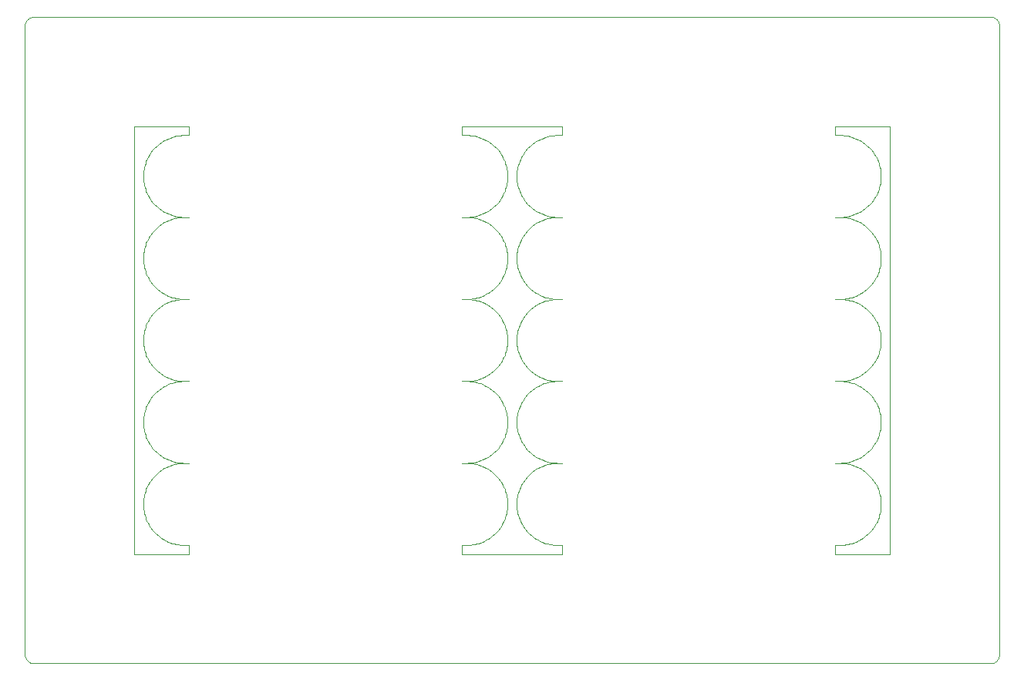
<source format=gm1>
G04 #@! TF.GenerationSoftware,KiCad,Pcbnew,7.0.9*
G04 #@! TF.CreationDate,2023-11-11T11:45:37+01:00*
G04 #@! TF.ProjectId,udb-s-panel,7564622d-732d-4706-916e-656c2e6b6963,rev?*
G04 #@! TF.SameCoordinates,Original*
G04 #@! TF.FileFunction,Profile,NP*
%FSLAX46Y46*%
G04 Gerber Fmt 4.6, Leading zero omitted, Abs format (unit mm)*
G04 Created by KiCad (PCBNEW 7.0.9) date 2023-11-11 11:45:37*
%MOMM*%
%LPD*%
G01*
G04 APERTURE LIST*
G04 #@! TA.AperFunction,Profile*
%ADD10C,0.100000*%
G04 #@! TD*
G04 APERTURE END LIST*
D10*
X52963678Y52940463D02*
X52986019Y53163724D01*
X51391146Y56947209D02*
X51215721Y57087106D01*
X54718485Y19941460D02*
X54601487Y19750002D01*
X54494178Y42447059D02*
X54601487Y42250007D01*
X13601486Y28750004D02*
X13494177Y28552952D01*
X168530Y70555581D02*
X118078Y70471407D01*
X58274296Y21994409D02*
X58050547Y21977641D01*
X51391146Y32052806D02*
X51559379Y32201272D01*
X54396825Y46350800D02*
X54309670Y46144042D01*
X49390259Y40089231D02*
X49609010Y40139160D01*
X13232927Y27933194D02*
X13166791Y27718786D01*
X56959512Y39728623D02*
X56750646Y39646649D01*
X13066966Y36281422D02*
X13033524Y36059552D01*
X93830412Y52281227D02*
X93885778Y52498665D01*
X14277200Y23357937D02*
X14437823Y23201269D01*
X92559380Y32201272D02*
X92720003Y32357940D01*
X91845061Y48339816D02*
X91650745Y48452005D01*
X51720002Y56642075D02*
X51559379Y56798743D01*
X52152323Y23873157D02*
X52278718Y24058545D01*
X93687534Y33855971D02*
X93764276Y34066816D01*
X13066966Y18281418D02*
X13033524Y18059548D01*
X93278719Y28941462D02*
X93152324Y29126850D01*
X58998602Y49000008D02*
X58498603Y49000008D01*
X50246558Y48646650D02*
X50037692Y48728624D01*
X91246559Y49353367D02*
X91451079Y49445650D01*
X58274296Y48994415D02*
X58050547Y48977647D01*
X105997204Y0D02*
X106095221Y4816D01*
X54601487Y28750004D02*
X54494178Y28552952D01*
X54166792Y18718784D02*
X54111426Y18501346D01*
X17050546Y30977643D02*
X16827911Y30949743D01*
X17998601Y31000005D02*
X17998601Y31000005D01*
X52930236Y54281426D02*
X52885777Y54501354D01*
X16172203Y22199925D02*
X16388193Y22139155D01*
X91451079Y30554363D02*
X91246559Y30646646D01*
X901982Y70995195D02*
X804909Y70980796D01*
X56750646Y57646653D02*
X56546125Y57554370D01*
X49825000Y40199930D02*
X50037692Y40271391D01*
X56750646Y31353362D02*
X56959512Y31271388D01*
X54309670Y55144044D02*
X54232928Y54933200D01*
X54111426Y25498659D02*
X54166792Y25281221D01*
X56546125Y39554366D02*
X56346459Y39452003D01*
X14277200Y32357939D02*
X14437823Y32201271D01*
X17998601Y49000008D02*
X17498602Y49000008D01*
X54066967Y36281422D02*
X54033525Y36059552D01*
X52963678Y27059550D02*
X52930236Y27281420D01*
X47998601Y49000009D02*
X48498602Y49000009D01*
X93986020Y26836289D02*
X93963679Y27059550D01*
X13011183Y35836291D02*
X12999999Y35612194D01*
X58498603Y58000010D02*
X58274296Y57994417D01*
X15750645Y40353364D02*
X15959511Y40271390D01*
X91650745Y49548012D02*
X91845061Y49660201D01*
X15346458Y57452007D02*
X15152143Y57339819D01*
X57388194Y30860852D02*
X57172204Y30800082D01*
X55963662Y40781932D02*
X56152144Y40660198D01*
X13601486Y19750002D02*
X13494177Y19552950D01*
X48498602Y49000009D02*
X48722908Y49005603D01*
X89946658Y22022365D02*
X90169293Y22050265D01*
X13066966Y54281426D02*
X13033524Y54059556D01*
X91845061Y13660193D02*
X92033543Y13781927D01*
X93687534Y24855969D02*
X93764276Y25066814D01*
X15750645Y13353358D02*
X15959511Y13271384D01*
X93885778Y25498659D02*
X93930237Y25718587D01*
X47998601Y31000004D02*
X47998601Y31000005D01*
X50246558Y57646652D02*
X50037692Y57728626D01*
X90825001Y57800087D02*
X90609011Y57860857D01*
X93016844Y23694299D02*
X93152324Y23873157D01*
X804909Y19215D02*
X901982Y4816D01*
X14124585Y47477594D02*
X13980359Y47305712D01*
X93930237Y45281424D02*
X93885778Y45501352D01*
X88998602Y40000006D02*
X88998602Y40000006D01*
X52152323Y20126848D02*
X52016843Y20305706D01*
X54066967Y43718591D02*
X54111426Y43498663D01*
X92872618Y50522423D02*
X93016844Y50694305D01*
X92033543Y48218082D02*
X91845061Y48339816D01*
X92033543Y30218078D02*
X91845061Y30339812D01*
X13232927Y45933198D02*
X13166791Y45718790D01*
X91451079Y49445650D02*
X91650745Y49548012D01*
X528603Y70881932D02*
X444429Y70831480D01*
X106997204Y70000010D02*
X106992388Y70098028D01*
X52963678Y54059556D02*
X52930236Y54281426D01*
X94997204Y59000010D02*
X94997204Y12000000D01*
X50845060Y22660195D02*
X51033542Y22781929D01*
X118078Y528604D02*
X168530Y444430D01*
X56959512Y31271388D02*
X57172204Y31199927D01*
X90825001Y40199930D02*
X91037693Y40271391D01*
X93278719Y42058549D02*
X93395717Y42250007D01*
X17998601Y40000007D02*
X17998601Y40000006D01*
X13166791Y27718786D02*
X13111425Y27501348D01*
X88998602Y13000001D02*
X89498603Y13000001D01*
X54166792Y45718790D02*
X54111426Y45501352D01*
X49169292Y40050269D02*
X49390259Y40089231D01*
X89722909Y57994416D02*
X89498603Y58000009D01*
X52503025Y51447062D02*
X52600378Y51649218D01*
X168530Y444430D02*
X226989Y365607D01*
X54980360Y29305708D02*
X54844881Y29126851D01*
X90390260Y49089233D02*
X90609011Y49139162D01*
X93997204Y53387821D02*
X93997204Y53612198D01*
X14963661Y22781928D02*
X15152143Y22660194D01*
X13396824Y28350796D02*
X13309669Y28144038D01*
X58998602Y22000002D02*
X58998602Y22000002D01*
X58274296Y49005602D02*
X58498603Y49000008D01*
X56546125Y13445641D02*
X56750646Y13353358D01*
X13111425Y54501354D02*
X13066966Y54281426D01*
X14437823Y38798740D02*
X14277200Y38642072D01*
X52885777Y45501352D02*
X52830411Y45718790D01*
X57606945Y13089224D02*
X57827912Y13050262D01*
X54494178Y24447055D02*
X54601487Y24250003D01*
X51215721Y40912911D02*
X51391146Y41052808D01*
X49609010Y21860849D02*
X49390259Y21910778D01*
X52152323Y14873155D02*
X52278718Y15058543D01*
X13718484Y15058543D02*
X13844880Y14873154D01*
X49169292Y49050271D02*
X49390259Y49089233D01*
X14606057Y32052805D02*
X14781481Y31912908D01*
X52986019Y26836289D02*
X52963678Y27059550D01*
X52986019Y44836293D02*
X52963678Y45059554D01*
X13718484Y24058545D02*
X13844880Y23873156D01*
X15750645Y21646645D02*
X15546124Y21554362D01*
X54980360Y38305710D02*
X54844881Y38126853D01*
X93503026Y28552951D02*
X93395717Y28750003D01*
X13494177Y28552952D02*
X13396824Y28350796D01*
X93600379Y19350793D02*
X93503026Y19552949D01*
X54000000Y17387813D02*
X54011184Y17163716D01*
X90825001Y39800083D02*
X90609011Y39860853D01*
X89722909Y21994408D02*
X89498603Y22000001D01*
X90169293Y21949740D02*
X89946658Y21977640D01*
X106379887Y70923890D02*
X106287488Y70956951D01*
X93503026Y55552957D02*
X93395717Y55750009D01*
X15346458Y31548008D02*
X15546124Y31445645D01*
X13111425Y36501350D02*
X13066966Y36281422D01*
X48946657Y39977644D02*
X48722908Y39994412D01*
X50650744Y57452007D02*
X50451078Y57554369D01*
X17274295Y21994409D02*
X17050546Y21977641D01*
X49609010Y13139154D02*
X49825000Y13199924D01*
X47998601Y40000007D02*
X48498602Y40000007D01*
X55277201Y20642068D02*
X55124586Y20477588D01*
X56346459Y57452007D02*
X56152144Y57339819D01*
X93687534Y28144038D02*
X93600379Y28350795D01*
X54232928Y43066817D02*
X54309670Y42855973D01*
X52997203Y44387819D02*
X52997203Y44612196D01*
X49609010Y30860851D02*
X49390259Y30910780D01*
X51033542Y57218084D02*
X50845060Y57339818D01*
X17050546Y22022364D02*
X17274295Y22005596D01*
X93885778Y27501348D02*
X93830412Y27718786D01*
X92391147Y29947203D02*
X92215722Y30087100D01*
X92720003Y20642067D02*
X92559380Y20798735D01*
X15346458Y13548004D02*
X15546124Y13445641D01*
X92391147Y56947209D02*
X92215722Y57087106D01*
X13844880Y29126851D02*
X13718484Y28941462D01*
X51033542Y39218080D02*
X50845060Y39339814D01*
X54718485Y51058551D02*
X54844881Y50873162D01*
X901982Y4816D02*
X1000000Y0D01*
X16606944Y21910779D02*
X16388193Y21860850D01*
X76120Y617317D02*
X118078Y528604D01*
X91650745Y13548004D02*
X91845061Y13660193D01*
X93152324Y23873157D02*
X93278719Y24058545D01*
X54033525Y18059548D02*
X54011184Y17836287D01*
X57172204Y30800082D02*
X56959512Y30728621D01*
X56750646Y49353366D02*
X56959512Y49271392D01*
X93278719Y37941464D02*
X93152324Y38126852D01*
X13033524Y34940459D02*
X13066966Y34718589D01*
X15750645Y39646649D02*
X15546124Y39554366D01*
X106921083Y617317D02*
X106954144Y709716D01*
X54718485Y28941462D02*
X54601487Y28750004D01*
X14781481Y40912910D02*
X14963661Y40781932D01*
X15750645Y49353366D02*
X15959511Y49271392D01*
X13011183Y17836287D02*
X12999999Y17612190D01*
X52600378Y46350799D02*
X52503025Y46552955D01*
X49390259Y22089227D02*
X49609010Y22139156D01*
X13396824Y51649217D02*
X13494177Y51447061D01*
X13980359Y41694303D02*
X14124585Y41522421D01*
X55963662Y21218077D02*
X55781482Y21087099D01*
X54000000Y26612192D02*
X54000000Y26387815D01*
X54309670Y24855969D02*
X54396825Y24649211D01*
X58998602Y31000005D02*
X58998602Y31000004D01*
X56750646Y40353364D02*
X56959512Y40271390D01*
X57172204Y22199925D02*
X57388194Y22139155D01*
X93278719Y24058545D02*
X93395717Y24250003D01*
X51559379Y50201276D02*
X51720002Y50357944D01*
X54494178Y28552952D02*
X54396825Y28350796D01*
X93885778Y45501352D02*
X93830412Y45718790D01*
X51215721Y48087104D02*
X51033542Y48218082D01*
X52278718Y37941464D02*
X52152323Y38126852D01*
X55606058Y56947210D02*
X55437824Y56798744D01*
X14437823Y47798742D02*
X14277200Y47642074D01*
X91246559Y48646650D02*
X91037693Y48728624D01*
X49169292Y31050267D02*
X49390259Y31089229D01*
X57827912Y39949745D02*
X57606945Y39910783D01*
X88998602Y22000002D02*
X88998602Y22000003D01*
X58998602Y22000003D02*
X58998602Y22000002D01*
X90169293Y48949746D02*
X89946658Y48977646D01*
X48722908Y49005603D02*
X48946657Y49022371D01*
X15546124Y57554370D02*
X15346458Y57452007D01*
X54111426Y34498661D02*
X54166792Y34281223D01*
X93600379Y33649214D02*
X93687534Y33855971D01*
X91246559Y57646652D02*
X91037693Y57728626D01*
X54033525Y45059554D02*
X54011184Y44836293D01*
X56546125Y49445649D02*
X56750646Y49353366D01*
X17274295Y31005598D02*
X17498602Y31000004D01*
X91845061Y39339814D02*
X91650745Y39452003D01*
X93016844Y14694297D02*
X93152324Y14873155D01*
X55277201Y23357937D02*
X55437824Y23201269D01*
X47998601Y13000001D02*
X48498602Y13000001D01*
X56346459Y49548012D02*
X56546125Y49445649D01*
X54033525Y16940455D02*
X54066967Y16718585D01*
X17998601Y13000001D02*
X17998601Y12000000D01*
X57388194Y49139161D02*
X57606945Y49089232D01*
X16606944Y30910781D02*
X16388193Y30860852D01*
X51033542Y48218082D02*
X50845060Y48339816D01*
X49390259Y57910786D02*
X49169292Y57949748D01*
X92033543Y22781929D02*
X92215722Y22912907D01*
X15546124Y49445649D02*
X15750645Y49353366D01*
X52963678Y36059552D02*
X52930236Y36281422D01*
X56546125Y22445643D02*
X56750646Y22353360D01*
X57388194Y22139155D02*
X57606945Y22089226D01*
X106192294Y19215D02*
X106287488Y43060D01*
X52830411Y27718786D02*
X52764275Y27933193D01*
X93503026Y15447054D02*
X93600379Y15649210D01*
X54844881Y56126857D02*
X54718485Y55941468D01*
X51391146Y41052808D02*
X51559379Y41201274D01*
X52503025Y33447058D02*
X52600378Y33649214D01*
X56152144Y30339813D02*
X55963662Y30218079D01*
X14277200Y41357941D02*
X14437823Y41201273D01*
X54111426Y54501354D02*
X54066967Y54281426D01*
X52885777Y16498657D02*
X52930236Y16718585D01*
X51720002Y38642071D02*
X51559379Y38798739D01*
X93764276Y34066816D02*
X93830412Y34281223D01*
X14606057Y56947210D02*
X14437823Y56798744D01*
X14963661Y39218081D02*
X14781481Y39087103D01*
X13494177Y37552954D02*
X13396824Y37350798D01*
X14606057Y20947202D02*
X14437823Y20798736D01*
X13396824Y46350800D02*
X13309669Y46144042D01*
X16172203Y40199929D02*
X16388193Y40139159D01*
X57827912Y49050270D02*
X58050547Y49022370D01*
X57606945Y31089228D02*
X57827912Y31050266D01*
X93930237Y43718591D02*
X93963679Y43940461D01*
X4815Y70098028D02*
X0Y70000010D01*
X106704310Y292894D02*
X106770214Y365607D01*
X91246559Y13353359D02*
X91451079Y13445642D01*
X17498602Y31000004D02*
X17274295Y30994411D01*
X52830411Y34281223D02*
X52885777Y34498661D01*
X13232927Y16066811D02*
X13309669Y15855967D01*
X14606057Y38947206D02*
X14437823Y38798740D01*
X13066966Y45281424D02*
X13033524Y45059554D01*
X58998602Y31000005D02*
X58998602Y31000005D01*
X52395716Y28750003D02*
X52278718Y28941462D01*
X51559379Y47798741D02*
X51391146Y47947207D01*
X528603Y118079D02*
X617316Y76121D01*
X14437823Y20798736D02*
X14277200Y20642068D01*
X106992388Y901983D02*
X106997204Y1000000D01*
X12999999Y35612194D02*
X12999999Y35387817D01*
X89946658Y21977640D02*
X89722909Y21994408D01*
X52395716Y15250001D02*
X52503025Y15447054D01*
X14437823Y29798738D02*
X14277200Y29642070D01*
X12999999Y53612198D02*
X12999999Y53387821D01*
X93152324Y38126852D02*
X93016844Y38305710D01*
X55963662Y13781926D02*
X56152144Y13660192D01*
X91037693Y21728618D02*
X90825001Y21800079D01*
X93395717Y46750007D02*
X93278719Y46941466D01*
X14277200Y14357935D02*
X14437823Y14201267D01*
X93764276Y27933193D02*
X93687534Y28144038D01*
X14124585Y38477592D02*
X13980359Y38305710D01*
X90825001Y30800081D02*
X90609011Y30860851D01*
X91246559Y30646646D02*
X91037693Y30728620D01*
X93503026Y51447062D02*
X93600379Y51649218D01*
X58998602Y22000002D02*
X58498603Y22000002D01*
X90390260Y22089227D02*
X90609011Y22139156D01*
X52764275Y52066820D02*
X52830411Y52281227D01*
X57172204Y21800080D02*
X56959512Y21728619D01*
X93152324Y29126850D02*
X93016844Y29305708D01*
X90825001Y49199932D02*
X91037693Y49271393D01*
X13718484Y51058551D02*
X13844880Y50873162D01*
X55606058Y38947206D02*
X55437824Y38798740D01*
X106704310Y70707117D02*
X106631597Y70773021D01*
X58050547Y57977649D02*
X57827912Y57949749D01*
X52963678Y16940455D02*
X52986019Y17163716D01*
X54844881Y50873162D02*
X54980360Y50694305D01*
X16172203Y30800082D02*
X15959511Y30728621D01*
X17498602Y58000010D02*
X17274295Y57994417D01*
X15959511Y57728627D02*
X15750645Y57646653D01*
X54166792Y52281227D02*
X54232928Y52066819D01*
X57606945Y30910781D02*
X57388194Y30860852D01*
X13066966Y27281420D02*
X13033524Y27059550D01*
X52395716Y33250005D02*
X52503025Y33447058D01*
X54066967Y45281424D02*
X54033525Y45059554D01*
X55277201Y29642070D02*
X55124586Y29477590D01*
X54494178Y46552956D02*
X54396825Y46350800D01*
X92215722Y30087100D02*
X92033543Y30218078D01*
X15346458Y21451999D02*
X15152143Y21339811D01*
X15152143Y21339811D02*
X14963661Y21218077D01*
X93395717Y15250001D02*
X93503026Y15447054D01*
X57172204Y39800084D02*
X56959512Y39728623D01*
X13309669Y37144040D02*
X13232927Y36933196D01*
X56152144Y57339819D02*
X55963662Y57218085D01*
X52764275Y18933191D02*
X52687533Y19144036D01*
X55124586Y20477588D02*
X54980360Y20305706D01*
X14963661Y21218077D02*
X14781481Y21087099D01*
X90825001Y48800085D02*
X90609011Y48860855D01*
X13844880Y14873154D02*
X13980359Y14694297D01*
X91845061Y57339818D02*
X91650745Y57452007D01*
X93885778Y52498665D02*
X93930237Y52718593D01*
X14437823Y41201273D02*
X14606057Y41052807D01*
X92215722Y31912909D02*
X92391147Y32052806D01*
X17274295Y39994413D02*
X17050546Y39977645D01*
X92872618Y38477592D02*
X92720003Y38642071D01*
X93963679Y25940457D02*
X93986020Y26163718D01*
X51872617Y56477596D02*
X51720002Y56642075D01*
X12999999Y17387813D02*
X13011183Y17163716D01*
X93600379Y42649216D02*
X93687534Y42855973D01*
X106828673Y444430D02*
X106879125Y528604D01*
X226989Y365607D02*
X292893Y292894D01*
X15959511Y31271388D02*
X16172203Y31199927D01*
X14606057Y29947204D02*
X14437823Y29798738D01*
X16606944Y39910783D02*
X16388193Y39860854D01*
X50246558Y49353367D02*
X50451078Y49445650D01*
X444429Y70831480D02*
X365606Y70773021D01*
X48498602Y22000003D02*
X48722908Y22005597D01*
X106992388Y70098028D02*
X106977989Y70195101D01*
X93997204Y26387815D02*
X93997204Y26612192D01*
X56959512Y49271392D02*
X57172204Y49199931D01*
X52016843Y38305710D02*
X51872617Y38477592D01*
X51215721Y39087102D02*
X51033542Y39218080D01*
X92720003Y50357944D02*
X92872618Y50522423D01*
X52687533Y15855967D02*
X52764275Y16066812D01*
X51559379Y20798735D02*
X51391146Y20947201D01*
X57827912Y40050268D02*
X58050547Y40022368D01*
X51033542Y13781927D02*
X51215721Y13912905D01*
X106095221Y4816D02*
X106192294Y19215D01*
X17998601Y22000002D02*
X17498602Y22000002D01*
X52997203Y26387815D02*
X52997203Y26612192D01*
X52764275Y54933199D02*
X52687533Y55144044D01*
X58274296Y31005598D02*
X58498603Y31000004D01*
X13033524Y27059550D02*
X13011183Y26836289D01*
X57827912Y31050266D02*
X58050547Y31022366D01*
X17274295Y49005602D02*
X17498602Y49000008D01*
X52016843Y32694301D02*
X52152323Y32873159D01*
X50451078Y30554363D02*
X50246558Y30646646D01*
X52600378Y51649218D02*
X52687533Y51855975D01*
X17050546Y40022368D02*
X17274295Y40005600D01*
X13033524Y52940463D02*
X13066966Y52718593D01*
X51720002Y29642069D02*
X51559379Y29798737D01*
X92559380Y20798735D02*
X92391147Y20947201D01*
X15959511Y49271392D02*
X16172203Y49199931D01*
X12000000Y12000000D02*
X12000000Y59000010D01*
X57606945Y57910787D02*
X57388194Y57860858D01*
X51872617Y38477592D02*
X51720002Y38642071D01*
X93764276Y18933191D02*
X93687534Y19144036D01*
X15546124Y21554362D02*
X15346458Y21451999D01*
X16172203Y39800084D02*
X15959511Y39728623D01*
X13601486Y42250007D02*
X13718484Y42058549D01*
X57388194Y40139159D02*
X57606945Y40089230D01*
X93152324Y14873155D02*
X93278719Y15058543D01*
X54601487Y51250009D02*
X54718485Y51058551D01*
X48498602Y40000007D02*
X48722908Y40005601D01*
X54494178Y37552954D02*
X54396825Y37350798D01*
X52764275Y34066816D02*
X52830411Y34281223D01*
X91246559Y21646644D02*
X91037693Y21728618D01*
X55124586Y32522419D02*
X55277201Y32357939D01*
X52963678Y45059554D02*
X52930236Y45281424D01*
X54601487Y33250005D02*
X54718485Y33058547D01*
X13232927Y18933192D02*
X13166791Y18718784D01*
X16388193Y39860854D02*
X16172203Y39800084D01*
X0Y70000010D02*
X0Y1000000D01*
X92215722Y40912911D02*
X92391147Y41052808D01*
X54844881Y14873154D02*
X54980360Y14694297D01*
X93764276Y54933199D02*
X93687534Y55144044D01*
X52600378Y28350795D02*
X52503025Y28552951D01*
X58498603Y13000000D02*
X58998602Y13000001D01*
X16606944Y22089226D02*
X16827911Y22050264D01*
X88998602Y31000004D02*
X88998602Y31000004D01*
X89722909Y49005603D02*
X89946658Y49022371D01*
X54111426Y18501346D02*
X54066967Y18281418D01*
X16388193Y21860850D02*
X16172203Y21800080D01*
X617316Y76121D02*
X709715Y43060D01*
X91650745Y57452007D02*
X91451079Y57554369D01*
X54111426Y16498657D02*
X54166792Y16281219D01*
X15546124Y13445641D02*
X15750645Y13353358D01*
X4815Y901983D02*
X19214Y804910D01*
X93395717Y19750001D02*
X93278719Y19941460D01*
X58050547Y30977643D02*
X57827912Y30949743D01*
X54396825Y28350796D02*
X54309670Y28144038D01*
X13718484Y19941460D02*
X13601486Y19750002D01*
X54980360Y20305706D02*
X54844881Y20126849D01*
X89946658Y13022363D02*
X90169293Y13050263D01*
X48498602Y31000003D02*
X47998601Y31000004D01*
X14781481Y13912904D02*
X14963661Y13781926D01*
X92215722Y57087106D02*
X92033543Y57218084D01*
X50451078Y40445648D02*
X50650744Y40548010D01*
X88998602Y22000003D02*
X89498603Y22000003D01*
X93997204Y44387819D02*
X93997204Y44612196D01*
X14606057Y14052801D02*
X14781481Y13912904D01*
X52885777Y54501354D02*
X52830411Y54718792D01*
X54494178Y51447061D02*
X54601487Y51250009D01*
X54494178Y15447053D02*
X54601487Y15250001D01*
X14606057Y47947208D02*
X14437823Y47798742D01*
X13066966Y52718593D02*
X13111425Y52498665D01*
X93278719Y15058543D02*
X93395717Y15250001D01*
X55124586Y41522421D02*
X55277201Y41357941D01*
X14277200Y20642068D02*
X14124585Y20477588D01*
X55277201Y47642074D02*
X55124586Y47477594D01*
X52395716Y51250009D02*
X52503025Y51447062D01*
X54166792Y16281219D02*
X54232928Y16066811D01*
X15546124Y48554368D02*
X15346458Y48452005D01*
X58998602Y31000004D02*
X58998602Y31000004D01*
X13309669Y24855969D02*
X13396824Y24649211D01*
X54232928Y27933194D02*
X54166792Y27718786D01*
X12999999Y44612196D02*
X12999999Y44387819D01*
X54033525Y54059556D02*
X54011184Y53836295D01*
X51720002Y14357936D02*
X51872617Y14522415D01*
X92391147Y47947207D02*
X92215722Y48087104D01*
X48722908Y40005601D02*
X48946657Y40022369D01*
X50246558Y13353359D02*
X50451078Y13445642D01*
X90609011Y21860849D02*
X90390260Y21910778D01*
X14963661Y49781934D02*
X15152143Y49660200D01*
X106977989Y804910D02*
X106992388Y901983D01*
X91246559Y40353365D02*
X91451079Y40445648D01*
X13718484Y37941464D02*
X13601486Y37750006D01*
X93986020Y35836291D02*
X93963679Y36059552D01*
X13166791Y45718790D02*
X13111425Y45501352D01*
X91451079Y48554367D02*
X91246559Y48646650D01*
X93278719Y46941466D02*
X93152324Y47126854D01*
X58050547Y39977645D02*
X57827912Y39949745D01*
X52687533Y42855973D02*
X52764275Y43066818D01*
X51559379Y14201268D02*
X51720002Y14357936D01*
X49825000Y13199924D02*
X50037692Y13271385D01*
X51391146Y20947201D02*
X51215721Y21087098D01*
X57388194Y39860854D02*
X57172204Y39800084D01*
X49825000Y22199926D02*
X50037692Y22271387D01*
X52395716Y37750005D02*
X52278718Y37941464D01*
X49390259Y49089233D02*
X49609010Y49139162D01*
X16172203Y21800080D02*
X15959511Y21728619D01*
X52152323Y56126856D02*
X52016843Y56305714D01*
X48946657Y40022369D02*
X49169292Y40050269D01*
X58498603Y40000006D02*
X58998602Y40000007D01*
X50037692Y49271393D02*
X50246558Y49353367D01*
X17498602Y49000008D02*
X17998601Y49000009D01*
X50845060Y31660197D02*
X51033542Y31781931D01*
X15546124Y40445647D02*
X15750645Y40353364D01*
X13494177Y19552950D02*
X13396824Y19350794D01*
X52930236Y45281424D02*
X52885777Y45501352D01*
X56346459Y21451999D02*
X56152144Y21339811D01*
X93885778Y18501346D02*
X93830412Y18718784D01*
X50246558Y39646648D02*
X50037692Y39728622D01*
X52986019Y53836295D02*
X52963678Y54059556D01*
X49169292Y30949742D02*
X48946657Y30977642D01*
X52885777Y43498663D02*
X52930236Y43718591D01*
X93885778Y36501350D02*
X93830412Y36718788D01*
X48498602Y40000005D02*
X47998601Y40000006D01*
X106192294Y70980796D02*
X106095221Y70995195D01*
X51559379Y56798743D02*
X51391146Y56947209D01*
X92559380Y56798743D02*
X92391147Y56947209D01*
X14437823Y23201269D02*
X14606057Y23052803D01*
X91246559Y22353361D02*
X91451079Y22445644D01*
X52016843Y50694305D02*
X52152323Y50873163D01*
X15750645Y57646653D02*
X15546124Y57554370D01*
X93503026Y42447060D02*
X93600379Y42649216D01*
X58998602Y40000006D02*
X58498603Y40000006D01*
X50845060Y40660199D02*
X51033542Y40781933D01*
X92391147Y38947205D02*
X92215722Y39087102D01*
X93764276Y25066814D02*
X93830412Y25281221D01*
X89946658Y30977642D02*
X89722909Y30994410D01*
X91451079Y22445644D02*
X91650745Y22548006D01*
X54000000Y35387817D02*
X54011184Y35163720D01*
X54033525Y34940459D02*
X54066967Y34718589D01*
X16172203Y31199927D02*
X16388193Y31139157D01*
X52016843Y29305708D02*
X51872617Y29477590D01*
X13396824Y37350798D02*
X13309669Y37144040D01*
X55277201Y50357943D02*
X55437824Y50201275D01*
X52503025Y55552957D02*
X52395716Y55750009D01*
X16827911Y39949745D02*
X16606944Y39910783D01*
X50451078Y31445646D02*
X50650744Y31548008D01*
X52395716Y24250003D02*
X52503025Y24447056D01*
X93885778Y34498661D02*
X93930237Y34718589D01*
X54718485Y33058547D02*
X54844881Y32873158D01*
X57827912Y57949749D02*
X57606945Y57910787D01*
X13396824Y42649215D02*
X13494177Y42447059D01*
X49169292Y22050265D02*
X49390259Y22089227D01*
X90825001Y13199924D02*
X91037693Y13271385D01*
X54011184Y35163720D02*
X54033525Y34940459D01*
X92033543Y31781931D02*
X92215722Y31912909D01*
X55781482Y49912912D02*
X55963662Y49781934D01*
X52278718Y55941468D02*
X52152323Y56126856D01*
X58498603Y49000008D02*
X58274296Y48994415D01*
X56546125Y48554368D02*
X56346459Y48452005D01*
X52016843Y41694303D02*
X52152323Y41873161D01*
X14781481Y31912908D02*
X14963661Y31781930D01*
X13396824Y19350794D02*
X13309669Y19144036D01*
X58274296Y13005594D02*
X58498603Y13000000D01*
X51720002Y50357944D02*
X51872617Y50522423D01*
X48722908Y13005595D02*
X48946657Y13022363D01*
X49609010Y22139156D02*
X49825000Y22199926D01*
X58498603Y22000002D02*
X58274296Y21994409D01*
X47998601Y31000005D02*
X48498602Y31000005D01*
X13396824Y15649209D02*
X13494177Y15447053D01*
X55606058Y29947204D02*
X55437824Y29798738D01*
X54232928Y25066813D02*
X54309670Y24855969D01*
X55606058Y23052803D02*
X55781482Y22912906D01*
X14437823Y56798744D02*
X14277200Y56642076D01*
X92391147Y23052804D02*
X92559380Y23201270D01*
X56152144Y22660194D02*
X56346459Y22548006D01*
X57606945Y49089232D02*
X57827912Y49050270D01*
X91451079Y57554369D02*
X91246559Y57646652D01*
X15152143Y22660194D02*
X15346458Y22548006D01*
X52986019Y17836287D02*
X52963678Y18059548D01*
X14606057Y23052803D02*
X14781481Y22912906D01*
X13011183Y44836293D02*
X12999999Y44612196D01*
X90609011Y48860855D02*
X90390260Y48910784D01*
X52830411Y25281221D02*
X52885777Y25498659D01*
X16606944Y48910785D02*
X16388193Y48860856D01*
X91246559Y31353363D02*
X91451079Y31445646D01*
X89498603Y22000003D02*
X89722909Y22005597D01*
X13601486Y33250005D02*
X13718484Y33058547D01*
X93278719Y33058547D02*
X93395717Y33250005D01*
X56346459Y30452001D02*
X56152144Y30339813D01*
X106921083Y70382694D02*
X106879125Y70471407D01*
X56959512Y21728619D02*
X56750646Y21646645D01*
X52930236Y52718593D02*
X52963678Y52940463D01*
X48722908Y48994414D02*
X48498602Y49000007D01*
X49390259Y31089229D02*
X49609010Y31139158D01*
X13066966Y16718585D02*
X13111425Y16498657D01*
X51391146Y23052804D02*
X51559379Y23201270D01*
X57827912Y30949743D02*
X57606945Y30910781D01*
X13166791Y16281219D02*
X13232927Y16066811D01*
X13718484Y28941462D02*
X13601486Y28750004D01*
X57172204Y49199931D02*
X57388194Y49139161D01*
X89722909Y48994414D02*
X89498603Y49000007D01*
X49825000Y21800079D02*
X49609010Y21860849D01*
X58050547Y31022366D02*
X58274296Y31005598D01*
X89722909Y39994412D02*
X89498603Y40000005D01*
X54396825Y24649211D02*
X54494178Y24447055D01*
X51391146Y29947203D02*
X51215721Y30087100D01*
X54844881Y23873156D02*
X54980360Y23694299D01*
X50246558Y31353363D02*
X50451078Y31445646D01*
X56546125Y31445645D02*
X56750646Y31353362D01*
X16827911Y57949749D02*
X16606944Y57910787D01*
X50037692Y13271385D02*
X50246558Y13353359D01*
X54000000Y53612198D02*
X54000000Y53387821D01*
X88998602Y59000010D02*
X94997204Y59000010D01*
X55124586Y50522423D02*
X55277201Y50357943D01*
X52687533Y51855975D02*
X52764275Y52066820D01*
X93152324Y56126856D02*
X93016844Y56305714D01*
X13601486Y37750006D02*
X13494177Y37552954D01*
X92033543Y49781935D02*
X92215722Y49912913D01*
X54718485Y24058545D02*
X54844881Y23873156D01*
X51033542Y49781935D02*
X51215721Y49912913D01*
X13011183Y44163722D02*
X13033524Y43940461D01*
X54844881Y38126853D02*
X54718485Y37941464D01*
X52830411Y45718790D02*
X52764275Y45933197D01*
X292893Y70707117D02*
X226989Y70634404D01*
X54066967Y54281426D02*
X54033525Y54059556D01*
X52986019Y17163716D02*
X52997203Y17387813D01*
X54232928Y36933196D02*
X54166792Y36718788D01*
X91037693Y48728624D02*
X90825001Y48800085D01*
X49390259Y30910780D02*
X49169292Y30949742D01*
X106879125Y70471407D02*
X106828673Y70555581D01*
X444429Y168531D02*
X528603Y118079D01*
X54309670Y33855971D02*
X54396825Y33649213D01*
X13494177Y24447055D02*
X13601486Y24250003D01*
X91037693Y13271385D02*
X91246559Y13353359D01*
X91845061Y49660201D02*
X92033543Y49781935D01*
X91037693Y22271387D02*
X91246559Y22353361D01*
X93016844Y47305712D02*
X92872618Y47477594D01*
X54601487Y24250003D02*
X54718485Y24058545D01*
X14124585Y56477596D02*
X13980359Y56305714D01*
X58498603Y40000006D02*
X58274296Y39994413D01*
X52997203Y17387813D02*
X52997203Y17612190D01*
X52600378Y15649210D02*
X52687533Y15855967D01*
X16172203Y57800088D02*
X15959511Y57728627D01*
X93152324Y50873163D02*
X93278719Y51058551D01*
X17998601Y31000005D02*
X17998601Y31000004D01*
X89498603Y22000001D02*
X88998602Y22000002D01*
X15959511Y30728621D02*
X15750645Y30646647D01*
X51215721Y57087106D02*
X51033542Y57218084D01*
X52830411Y16281219D02*
X52885777Y16498657D01*
X49169292Y21949740D02*
X48946657Y21977640D01*
X54309670Y15855967D02*
X54396825Y15649209D01*
X17050546Y48977647D02*
X16827911Y48949747D01*
X17050546Y49022370D02*
X17274295Y49005602D01*
X54494178Y55552958D02*
X54396825Y55350802D01*
X14781481Y30087101D02*
X14606057Y29947204D01*
X93830412Y18718784D02*
X93764276Y18933191D01*
X13111425Y45501352D02*
X13066966Y45281424D01*
X47998601Y49000008D02*
X47998601Y49000009D01*
X93986020Y17836287D02*
X93963679Y18059548D01*
X13111425Y43498663D02*
X13166791Y43281225D01*
X15959511Y22271386D02*
X16172203Y22199925D01*
X13309669Y28144038D02*
X13232927Y27933194D01*
X93152324Y41873161D02*
X93278719Y42058549D01*
X58998602Y22000003D02*
X58998602Y22000003D01*
X55124586Y29477590D02*
X54980360Y29305708D01*
X14277200Y29642070D02*
X14124585Y29477590D01*
X106095221Y70995195D02*
X105997204Y71000010D01*
X93963679Y16940455D02*
X93986020Y17163716D01*
X93764276Y45933197D02*
X93687534Y46144042D01*
X13166791Y25281221D02*
X13232927Y25066813D01*
X92559380Y29798737D02*
X92391147Y29947203D01*
X43059Y709716D02*
X76120Y617317D01*
X93986020Y53836295D02*
X93963679Y54059556D01*
X51215721Y21087098D02*
X51033542Y21218076D01*
X14124585Y29477590D02*
X13980359Y29305708D01*
X54232928Y34066815D02*
X54309670Y33855971D01*
X88998602Y40000006D02*
X88998602Y40000007D01*
X93963679Y43940461D02*
X93986020Y44163722D01*
X55781482Y30087101D02*
X55606058Y29947204D01*
X93687534Y46144042D02*
X93600379Y46350799D01*
X54309670Y28144038D02*
X54232928Y27933194D01*
X52503025Y24447056D02*
X52600378Y24649212D01*
X54396825Y37350798D02*
X54309670Y37144040D01*
X50451078Y21554361D02*
X50246558Y21646644D01*
X52997203Y17612190D02*
X52986019Y17836287D01*
X106770214Y365607D02*
X106828673Y444430D01*
X48946657Y22022365D02*
X49169292Y22050265D01*
X16606944Y31089228D02*
X16827911Y31050266D01*
X92033543Y21218076D02*
X91845061Y21339810D01*
X14963661Y13781926D02*
X15152143Y13660192D01*
X58998602Y40000006D02*
X58998602Y40000006D01*
X92720003Y29642069D02*
X92559380Y29798737D01*
X14124585Y41522421D02*
X14277200Y41357941D01*
X93764276Y52066820D02*
X93830412Y52281227D01*
X57606945Y22089226D02*
X57827912Y22050264D01*
X14437823Y50201275D02*
X14606057Y50052809D01*
X92872618Y41522421D02*
X93016844Y41694303D01*
X58998602Y49000009D02*
X58998602Y49000008D01*
X52997203Y53387821D02*
X52997203Y53612198D01*
X15346458Y40548010D02*
X15546124Y40445647D01*
X13166791Y36718788D02*
X13111425Y36501350D01*
X49390259Y21910778D02*
X49169292Y21949740D01*
X54718485Y55941468D02*
X54601487Y55750010D01*
X52152323Y29126850D02*
X52016843Y29305708D01*
X57172204Y31199927D02*
X57388194Y31139157D01*
X92391147Y41052808D02*
X92559380Y41201274D01*
X52278718Y42058549D02*
X52395716Y42250007D01*
X88998602Y40000007D02*
X89498603Y40000007D01*
X47998601Y22000003D02*
X48498602Y22000003D01*
X52885777Y52498665D02*
X52930236Y52718593D01*
X52764275Y27933193D02*
X52687533Y28144038D01*
X89498603Y31000005D02*
X89722909Y31005599D01*
X92215722Y13912905D02*
X92391147Y14052802D01*
X52687533Y19144036D02*
X52600378Y19350793D01*
X93986020Y35163720D02*
X93997204Y35387817D01*
X51872617Y41522421D02*
X52016843Y41694303D01*
X106954144Y70290295D02*
X106921083Y70382694D01*
X17998601Y49000008D02*
X17998601Y49000008D01*
X91845061Y30339812D02*
X91650745Y30452001D01*
X47998601Y22000002D02*
X47998601Y22000002D01*
X56346459Y31548008D02*
X56546125Y31445645D01*
X17274295Y22005596D02*
X17498602Y22000002D01*
X57172204Y13199923D02*
X57388194Y13139153D01*
X52016843Y23694299D02*
X52152323Y23873157D01*
X93963679Y34940459D02*
X93986020Y35163720D01*
X90825001Y22199926D02*
X91037693Y22271387D01*
X93764276Y36933195D02*
X93687534Y37144040D01*
X51872617Y14522415D02*
X52016843Y14694297D01*
X52503025Y37552953D02*
X52395716Y37750005D01*
X54011184Y53163724D02*
X54033525Y52940463D01*
X15546124Y39554366D02*
X15346458Y39452003D01*
X51033542Y30218078D02*
X50845060Y30339812D01*
X57172204Y48800086D02*
X56959512Y48728625D01*
X50451078Y57554369D02*
X50246558Y57646652D01*
X91650745Y30452001D02*
X91451079Y30554363D01*
X15959511Y13271384D02*
X16172203Y13199923D01*
X50246558Y21646644D02*
X50037692Y21728618D01*
X55606058Y14052801D02*
X55781482Y13912904D01*
X49390259Y13089225D02*
X49609010Y13139154D01*
X106468600Y118079D02*
X106552774Y168531D01*
X51215721Y49912913D02*
X51391146Y50052810D01*
X13844880Y41873160D02*
X13980359Y41694303D01*
X54980360Y47305712D02*
X54844881Y47126855D01*
X93152324Y32873159D02*
X93278719Y33058547D01*
X52830411Y43281225D02*
X52885777Y43498663D01*
X14437823Y14201267D02*
X14606057Y14052801D01*
X89946658Y49022371D02*
X90169293Y49050271D01*
X57606945Y48910785D02*
X57388194Y48860856D01*
X52687533Y24855969D02*
X52764275Y25066814D01*
X617316Y70923890D02*
X528603Y70881932D01*
X14277200Y50357943D02*
X14437823Y50201275D01*
X17274295Y30994411D02*
X17050546Y30977643D01*
X89946658Y57977648D02*
X89722909Y57994416D01*
X49169292Y48949746D02*
X48946657Y48977646D01*
X56152144Y40660198D02*
X56346459Y40548010D01*
X13033524Y45059554D02*
X13011183Y44836293D01*
X49825000Y30800081D02*
X49609010Y30860851D01*
X92559380Y47798741D02*
X92391147Y47947207D01*
X91650745Y21451999D02*
X91451079Y21554361D01*
X93600379Y55350801D02*
X93503026Y55552957D01*
X15346458Y22548006D02*
X15546124Y22445643D01*
X56152144Y49660200D02*
X56346459Y49548012D01*
X13718484Y55941468D02*
X13601486Y55750010D01*
X709715Y70956951D02*
X617316Y70923890D01*
X52963678Y25940457D02*
X52986019Y26163718D01*
X76120Y70382694D02*
X43059Y70290295D01*
X93600379Y51649218D02*
X93687534Y51855975D01*
X54011184Y17836287D02*
X54000000Y17612190D01*
X91246559Y39646648D02*
X91037693Y39728622D01*
X90169293Y49050271D02*
X90390260Y49089233D01*
X16827911Y49050270D02*
X17050546Y49022370D01*
X92720003Y14357936D02*
X92872618Y14522415D01*
X49825000Y57800087D02*
X49609010Y57860857D01*
X54718485Y37941464D02*
X54601487Y37750006D01*
X16388193Y31139157D02*
X16606944Y31089228D01*
X90390260Y31089229D02*
X90609011Y31139158D01*
X52152323Y38126852D02*
X52016843Y38305710D01*
X16172203Y13199923D02*
X16388193Y13139153D01*
X17274295Y40005600D02*
X17498602Y40000006D01*
X54011184Y26163718D02*
X54033525Y25940457D01*
X17050546Y31022366D02*
X17274295Y31005598D01*
X12999999Y44387819D02*
X13011183Y44163722D01*
X52885777Y34498661D02*
X52930236Y34718589D01*
X16827911Y22050264D02*
X17050546Y22022364D01*
X54718485Y42058549D02*
X54844881Y41873160D01*
X292893Y292894D02*
X365606Y226990D01*
X13844880Y23873156D02*
X13980359Y23694299D01*
X13066966Y34718589D02*
X13111425Y34498661D01*
X52930236Y36281422D02*
X52885777Y36501350D01*
X13718484Y42058549D02*
X13844880Y41873160D01*
X51033542Y21218076D02*
X50845060Y21339810D01*
X13844880Y50873162D02*
X13980359Y50694305D01*
X92215722Y21087098D02*
X92033543Y21218076D01*
X55963662Y48218083D02*
X55781482Y48087105D01*
X58274296Y40005600D02*
X58498603Y40000006D01*
X54980360Y23694299D02*
X55124586Y23522417D01*
X92215722Y49912913D02*
X92391147Y50052810D01*
X54396825Y15649209D02*
X54494178Y15447053D01*
X91451079Y21554361D02*
X91246559Y21646644D01*
X92559380Y41201274D02*
X92720003Y41357942D01*
X49169292Y39949744D02*
X48946657Y39977644D01*
X19214Y70195101D02*
X4815Y70098028D01*
X47998601Y49000008D02*
X47998601Y49000008D01*
X58498603Y49000008D02*
X58998602Y49000009D01*
X47998601Y58000010D02*
X47998601Y59000010D01*
X50037692Y57728626D02*
X49825000Y57800087D01*
X93395717Y33250005D02*
X93503026Y33447058D01*
X51391146Y47947207D02*
X51215721Y48087104D01*
X93930237Y18281418D02*
X93885778Y18501346D01*
X52963678Y18059548D02*
X52930236Y18281418D01*
X13601486Y46750008D02*
X13494177Y46552956D01*
X54718485Y46941466D02*
X54601487Y46750008D01*
X50650744Y31548008D02*
X50845060Y31660197D01*
X50246558Y30646646D02*
X50037692Y30728620D01*
X51559379Y23201270D02*
X51720002Y23357938D01*
X55606058Y47947208D02*
X55437824Y47798742D01*
X93395717Y24250003D02*
X93503026Y24447056D01*
X90169293Y40050269D02*
X90390260Y40089231D01*
X17050546Y21977641D02*
X16827911Y21949741D01*
X16827911Y40050268D02*
X17050546Y40022368D01*
X804909Y70980796D02*
X804909Y70980796D01*
X88998602Y49000008D02*
X88998602Y49000008D01*
X56546125Y40445647D02*
X56750646Y40353364D01*
X54011184Y26836289D02*
X54000000Y26612192D01*
X48498602Y13000001D02*
X48722908Y13005595D01*
X93395717Y37750005D02*
X93278719Y37941464D01*
X58050547Y48977647D02*
X57827912Y48949747D01*
X48722908Y22005597D02*
X48946657Y22022365D01*
X91037693Y40271391D02*
X91246559Y40353365D01*
X49169292Y13050263D02*
X49390259Y13089225D01*
X50451078Y48554367D02*
X50246558Y48646650D01*
X48946657Y31022367D02*
X49169292Y31050267D01*
X13166791Y34281223D02*
X13232927Y34066815D01*
X92720003Y56642075D02*
X92559380Y56798743D01*
X54000000Y26387815D02*
X54011184Y26163718D01*
X13980359Y14694297D02*
X14124585Y14522415D01*
X56346459Y39452003D02*
X56152144Y39339815D01*
X56346459Y40548010D02*
X56546125Y40445647D01*
X16827911Y13050262D02*
X17050546Y13022362D01*
X57827912Y21949741D02*
X57606945Y21910779D01*
X58274296Y39994413D02*
X58050547Y39977645D01*
X14124585Y14522415D02*
X14277200Y14357935D01*
X54166792Y25281221D02*
X54232928Y25066813D01*
X17998601Y40000006D02*
X17998601Y40000006D01*
X93687534Y19144036D02*
X93600379Y19350793D01*
X50451078Y49445650D02*
X50650744Y49548012D01*
X52395716Y42250007D02*
X52503025Y42447060D01*
X90390260Y57910786D02*
X90169293Y57949748D01*
X56750646Y39646649D02*
X56546125Y39554366D01*
X92391147Y32052806D02*
X92559380Y32201272D01*
X13844880Y32873158D02*
X13980359Y32694301D01*
X52930236Y34718589D02*
X52963678Y34940459D01*
X90609011Y30860851D02*
X90390260Y30910780D01*
X48722908Y31005599D02*
X48946657Y31022367D01*
X93600379Y24649212D02*
X93687534Y24855969D01*
X52600378Y24649212D02*
X52687533Y24855969D01*
X52997203Y26612192D02*
X52986019Y26836289D01*
X13232927Y34066815D02*
X13309669Y33855971D01*
X16827911Y30949743D02*
X16606944Y30910781D01*
X92720003Y41357942D02*
X92872618Y41522421D01*
X54980360Y56305714D02*
X54844881Y56126857D01*
X56959512Y57728627D02*
X56750646Y57646653D01*
X55963662Y22781928D02*
X56152144Y22660194D01*
X49825000Y48800085D02*
X49609010Y48860855D01*
X92215722Y22912907D02*
X92391147Y23052804D01*
X106287488Y43060D02*
X106379887Y76121D01*
X55437824Y50201275D02*
X55606058Y50052809D01*
X50451078Y13445642D02*
X50650744Y13548004D01*
X52687533Y55144044D02*
X52600378Y55350801D01*
X93930237Y34718589D02*
X93963679Y34940459D01*
X55606058Y50052809D02*
X55781482Y49912912D01*
X51033542Y22781929D02*
X51215721Y22912907D01*
X106770214Y70634404D02*
X106704310Y70707117D01*
X56959512Y30728621D02*
X56750646Y30646647D01*
X52764275Y36933195D02*
X52687533Y37144040D01*
X47998601Y31000004D02*
X47998601Y31000004D01*
X52830411Y54718792D02*
X52764275Y54933199D01*
X15152143Y13660192D02*
X15346458Y13548004D01*
X90169293Y57949748D02*
X89946658Y57977648D01*
X17498602Y40000006D02*
X17998601Y40000007D01*
X92559380Y14201268D02*
X92720003Y14357936D01*
X52930236Y27281420D02*
X52885777Y27501348D01*
X50037692Y30728620D02*
X49825000Y30800081D01*
X13718484Y33058547D02*
X13844880Y32873158D01*
X55277201Y32357939D02*
X55437824Y32201271D01*
X58498603Y31000004D02*
X58274296Y30994411D01*
X13844880Y56126857D02*
X13718484Y55941468D01*
X52503025Y15447054D02*
X52600378Y15649210D01*
X58050547Y40022368D02*
X58274296Y40005600D01*
X16606944Y13089224D02*
X16827911Y13050262D01*
X55781482Y31912908D02*
X55963662Y31781930D01*
X54601487Y42250007D02*
X54718485Y42058549D01*
X55781482Y39087103D02*
X55606058Y38947206D01*
X56750646Y21646645D02*
X56546125Y21554362D01*
X49609010Y39860853D02*
X49390259Y39910782D01*
X55781482Y40912910D02*
X55963662Y40781932D01*
X54601487Y37750006D02*
X54494178Y37552954D01*
X52930236Y18281418D02*
X52885777Y18501346D01*
X93016844Y32694301D02*
X93152324Y32873159D01*
X51559379Y32201272D02*
X51720002Y32357940D01*
X19214Y804910D02*
X43059Y709716D01*
X93600379Y37350797D02*
X93503026Y37552953D01*
X15959511Y21728619D02*
X15750645Y21646645D01*
X13166791Y18718784D02*
X13111425Y18501346D01*
X91845061Y31660197D02*
X92033543Y31781931D01*
X51559379Y38798739D02*
X51391146Y38947205D01*
X90609011Y49139162D02*
X90825001Y49199932D01*
X13033524Y36059552D02*
X13011183Y35836291D01*
X58998602Y12000000D02*
X47998601Y12000000D01*
X15152143Y40660198D02*
X15346458Y40548010D01*
X54396825Y19350794D02*
X54309670Y19144036D01*
X16388193Y13139153D02*
X16606944Y13089224D01*
X106287488Y70956951D02*
X106192294Y70980796D01*
X54011184Y17163716D02*
X54033525Y16940455D01*
X92559380Y38798739D02*
X92391147Y38947205D01*
X52016843Y47305712D02*
X51872617Y47477594D01*
X92872618Y47477594D02*
X92720003Y47642073D01*
X55437824Y20798736D02*
X55277201Y20642068D01*
X54000000Y53387821D02*
X54011184Y53163724D01*
X14963661Y40781932D02*
X15152143Y40660198D01*
X13396824Y33649213D02*
X13494177Y33447057D01*
X13011183Y26163718D02*
X13033524Y25940457D01*
X17050546Y39977645D02*
X16827911Y39949745D01*
X17998601Y31000004D02*
X17498602Y31000004D01*
X48946657Y57977648D02*
X48722908Y57994416D01*
X91650745Y40548010D02*
X91845061Y40660199D01*
X91650745Y31548008D02*
X91845061Y31660197D01*
X13033524Y16940455D02*
X13066966Y16718585D01*
X91650745Y22548006D02*
X91845061Y22660195D01*
X52016843Y56305714D02*
X51872617Y56477596D01*
X15152143Y30339813D02*
X14963661Y30218079D01*
X13309669Y55144044D02*
X13232927Y54933200D01*
X16172203Y49199931D02*
X16388193Y49139161D01*
X13980359Y47305712D02*
X13844880Y47126855D01*
X13111425Y18501346D02*
X13066966Y18281418D01*
X13111425Y27501348D02*
X13066966Y27281420D01*
X93830412Y45718790D02*
X93764276Y45933197D01*
X54232928Y45933198D02*
X54166792Y45718790D01*
X54011184Y35836291D02*
X54000000Y35612194D01*
X52930236Y43718591D02*
X52963678Y43940461D01*
X54166792Y54718792D02*
X54111426Y54501354D01*
X90169293Y31050267D02*
X90390260Y31089229D01*
X56346459Y48452005D02*
X56152144Y48339817D01*
X54396825Y51649217D02*
X54494178Y51447061D01*
X15346458Y48452005D02*
X15152143Y48339817D01*
X57388194Y21860850D02*
X57172204Y21800080D01*
X93986020Y17163716D02*
X93997204Y17387813D01*
X13166791Y54718792D02*
X13111425Y54501354D01*
X93885778Y54501354D02*
X93830412Y54718792D01*
X93687534Y15855967D02*
X93764276Y16066812D01*
X55124586Y14522415D02*
X55277201Y14357935D01*
X93997204Y35387817D02*
X93997204Y35612194D01*
X54844881Y47126855D02*
X54718485Y46941466D01*
X89946658Y48977646D02*
X89722909Y48994414D01*
X91451079Y40445648D02*
X91650745Y40548010D01*
X57606945Y39910783D02*
X57388194Y39860854D01*
X16388193Y22139155D02*
X16606944Y22089226D01*
X106468600Y70881932D02*
X106379887Y70923890D01*
X54011184Y44163722D02*
X54033525Y43940461D01*
X54601487Y19750002D02*
X54494178Y19552950D01*
X12999999Y17612190D02*
X12999999Y17387813D01*
X48946657Y48977646D02*
X48722908Y48994414D01*
X93503026Y46552955D02*
X93395717Y46750007D01*
X52687533Y46144042D02*
X52600378Y46350799D01*
X58998602Y40000007D02*
X58998602Y40000006D01*
X54718485Y15058543D02*
X54844881Y14873154D01*
X91845061Y21339810D02*
X91650745Y21451999D01*
X52986019Y26163718D02*
X52997203Y26387815D01*
X57388194Y31139157D02*
X57606945Y31089228D01*
X51720002Y41357942D02*
X51872617Y41522421D01*
X52997203Y35612194D02*
X52986019Y35836291D01*
X13396824Y24649211D02*
X13494177Y24447055D01*
X49169292Y57949748D02*
X48946657Y57977648D01*
X15750645Y30646647D02*
X15546124Y30554364D01*
X14606057Y50052809D02*
X14781481Y49912912D01*
X14437823Y32201271D02*
X14606057Y32052805D01*
X89498603Y49000009D02*
X89722909Y49005603D01*
X50650744Y22548006D02*
X50845060Y22660195D01*
X93930237Y27281420D02*
X93885778Y27501348D01*
X52278718Y24058545D02*
X52395716Y24250003D01*
X54111426Y43498663D02*
X54166792Y43281225D01*
X54111426Y45501352D02*
X54066967Y45281424D01*
X55124586Y56477596D02*
X54980360Y56305714D01*
X15152143Y31660196D02*
X15346458Y31548008D01*
X93503026Y24447056D02*
X93600379Y24649212D01*
X13494177Y46552956D02*
X13396824Y46350800D01*
X56750646Y48646651D02*
X56546125Y48554368D01*
X55437824Y38798740D02*
X55277201Y38642072D01*
X93963679Y36059552D02*
X93930237Y36281422D01*
X50037692Y48728624D02*
X49825000Y48800085D01*
X13601486Y51250009D02*
X13718484Y51058551D01*
X43059Y70290295D02*
X19214Y70195101D01*
X93764276Y16066812D02*
X93830412Y16281219D01*
X93503026Y37552953D02*
X93395717Y37750005D01*
X51872617Y32522419D02*
X52016843Y32694301D01*
X55277201Y41357941D02*
X55437824Y41201273D01*
X17050546Y57977649D02*
X16827911Y57949749D01*
X13232927Y25066813D02*
X13309669Y24855969D01*
X56750646Y30646647D02*
X56546125Y30554364D01*
X226989Y70634404D02*
X168530Y70555581D01*
X89946658Y39977644D02*
X89722909Y39994412D01*
X14606057Y41052807D02*
X14781481Y40912910D01*
X90390260Y40089231D02*
X90609011Y40139160D01*
X52997203Y53612198D02*
X52986019Y53836295D01*
X47998601Y40000006D02*
X47998601Y40000006D01*
X49609010Y57860857D02*
X49390259Y57910786D01*
X13980359Y38305710D02*
X13844880Y38126853D01*
X51215721Y31912909D02*
X51391146Y32052806D01*
X48946657Y21977640D02*
X48722908Y21994408D01*
X51872617Y29477590D02*
X51720002Y29642069D01*
X90169293Y13050263D02*
X90390260Y13089225D01*
X88998602Y31000004D02*
X88998602Y31000005D01*
X17498602Y31000004D02*
X17998601Y31000005D01*
X16388193Y57860858D02*
X16172203Y57800088D01*
X13011183Y26836289D02*
X12999999Y26612192D01*
X52503025Y28552951D02*
X52395716Y28750003D01*
X55606058Y32052805D02*
X55781482Y31912908D01*
X55781482Y57087107D02*
X55606058Y56947210D01*
X365606Y70773021D02*
X292893Y70707117D01*
X51872617Y23522417D02*
X52016843Y23694299D01*
X93016844Y50694305D02*
X93152324Y50873163D01*
X56346459Y22548006D02*
X56546125Y22445643D01*
X52503025Y19552949D02*
X52395716Y19750001D01*
X93395717Y28750003D02*
X93278719Y28941462D01*
X55781482Y22912906D02*
X55963662Y22781928D01*
X13111425Y16498657D02*
X13166791Y16281219D01*
X92720003Y38642071D02*
X92559380Y38798739D01*
X58274296Y57994417D02*
X58050547Y57977649D01*
X52503025Y46552955D02*
X52395716Y46750007D01*
X88998602Y49000009D02*
X89498603Y49000009D01*
X52764275Y45933197D02*
X52687533Y46144042D01*
X54601487Y15250001D02*
X54718485Y15058543D01*
X55437824Y32201271D02*
X55606058Y32052805D01*
X52600378Y55350801D02*
X52503025Y55552957D01*
X15152143Y48339817D02*
X14963661Y48218083D01*
X92033543Y57218084D02*
X91845061Y57339818D01*
X93395717Y55750009D02*
X93278719Y55941468D01*
X17498602Y22000002D02*
X17998601Y22000003D01*
X106631597Y226990D02*
X106704310Y292894D01*
X92559380Y50201276D02*
X92720003Y50357944D01*
X57827912Y48949747D02*
X57606945Y48910785D01*
X93986020Y26163718D02*
X93997204Y26387815D01*
X52600378Y19350793D02*
X52503025Y19552949D01*
X54166792Y27718786D02*
X54111426Y27501348D01*
X54232928Y52066819D02*
X54309670Y51855975D01*
X92720003Y23357938D02*
X92872618Y23522417D01*
X52830411Y36718788D02*
X52764275Y36933195D01*
X49825000Y39800083D02*
X49609010Y39860853D01*
X93830412Y43281225D02*
X93885778Y43498663D01*
X50845060Y21339810D02*
X50650744Y21451999D01*
X14781481Y48087105D02*
X14606057Y47947208D01*
X93600379Y46350799D02*
X93503026Y46552955D01*
X55277201Y56642076D02*
X55124586Y56477596D01*
X92872618Y23522417D02*
X93016844Y23694299D01*
X56152144Y31660196D02*
X56346459Y31548008D01*
X56959512Y22271386D02*
X57172204Y22199925D01*
X54033525Y27059550D02*
X54011184Y26836289D01*
X56546125Y30554364D02*
X56346459Y30452001D01*
X93503026Y33447058D02*
X93600379Y33649214D01*
X13601486Y15250001D02*
X13718484Y15058543D01*
X0Y1000000D02*
X4815Y901983D01*
X93395717Y51250009D02*
X93503026Y51447062D01*
X92559380Y23201270D02*
X92720003Y23357938D01*
X17998601Y22000003D02*
X17998601Y22000002D01*
X58498603Y22000002D02*
X58998602Y22000003D01*
X13011183Y53163724D02*
X13033524Y52940463D01*
X13601486Y55750010D02*
X13494177Y55552958D01*
X52885777Y27501348D02*
X52830411Y27718786D01*
X14963661Y31781930D02*
X15152143Y31660196D01*
X50246558Y40353365D02*
X50451078Y40445648D01*
X54396825Y42649215D02*
X54494178Y42447059D01*
X12000000Y59000010D02*
X17998601Y59000010D01*
X106631597Y70773021D02*
X106552774Y70831480D01*
X58998602Y40000007D02*
X58998602Y40000007D01*
X13309669Y42855973D02*
X13396824Y42649215D01*
X54980360Y32694301D02*
X55124586Y32522419D01*
X93152324Y20126848D02*
X93016844Y20305706D01*
X91451079Y31445646D02*
X91650745Y31548008D01*
X58998602Y49000008D02*
X58998602Y49000008D01*
X16827911Y31050266D02*
X17050546Y31022366D01*
X92872618Y56477596D02*
X92720003Y56642075D01*
X93997204Y35612194D02*
X93986020Y35836291D01*
X54011184Y44836293D02*
X54000000Y44612196D01*
X49609010Y40139160D02*
X49825000Y40199930D01*
X13980359Y50694305D02*
X14124585Y50522423D01*
X52986019Y35163720D02*
X52997203Y35387817D01*
X13844880Y20126849D02*
X13718484Y19941460D01*
X48498602Y58000009D02*
X47998601Y58000010D01*
X14124585Y32522419D02*
X14277200Y32357939D01*
X51720002Y23357938D02*
X51872617Y23522417D01*
X13718484Y46941466D02*
X13601486Y46750008D01*
X89498603Y40000007D02*
X89722909Y40005601D01*
X16388193Y57860858D02*
X16388193Y57860858D01*
X17274295Y13005594D02*
X17498602Y13000000D01*
X49169292Y13050263D02*
X49169292Y13050263D01*
X54066967Y52718593D02*
X54111426Y52498665D01*
X54980360Y50694305D02*
X55124586Y50522423D01*
X15750645Y31353362D02*
X15959511Y31271388D01*
X48722908Y21994408D02*
X48498602Y22000001D01*
X15546124Y30554364D02*
X15346458Y30452001D01*
X55963662Y31781930D02*
X56152144Y31660196D01*
X58050547Y49022370D02*
X58274296Y49005602D01*
X52278718Y46941466D02*
X52152323Y47126854D01*
X48498602Y31000005D02*
X48722908Y31005599D01*
X58274296Y30994411D02*
X58050547Y30977643D01*
X15546124Y31445645D02*
X15750645Y31353362D01*
X58050547Y21977641D02*
X57827912Y21949741D01*
X52278718Y15058543D02*
X52395716Y15250001D01*
X57388194Y13139153D02*
X57606945Y13089224D01*
X58498603Y31000004D02*
X58998602Y31000005D01*
X48722908Y39994412D02*
X48498602Y40000005D01*
X48946657Y13022363D02*
X49169292Y13050263D01*
X90390260Y39910782D02*
X90169293Y39949744D01*
X17998601Y12000000D02*
X12000000Y12000000D01*
X56750646Y13353358D02*
X56959512Y13271384D01*
X49609010Y31139158D02*
X49825000Y31199928D01*
X15346458Y30452001D02*
X15152143Y30339813D01*
X52885777Y25498659D02*
X52930236Y25718587D01*
X52016843Y20305706D02*
X51872617Y20477588D01*
X16606944Y57910787D02*
X16388193Y57860858D01*
X55606058Y41052807D02*
X55781482Y40912910D01*
X52600378Y42649216D02*
X52687533Y42855973D01*
X52687533Y28144038D02*
X52600378Y28350795D01*
X54309670Y19144036D02*
X54232928Y18933192D01*
X51033542Y40781933D02*
X51215721Y40912911D01*
X89946658Y40022369D02*
X90169293Y40050269D01*
X93930237Y16718585D02*
X93963679Y16940455D01*
X89722909Y30994410D02*
X89498603Y31000003D01*
X13309669Y19144036D02*
X13232927Y18933192D01*
X13494177Y51447061D02*
X13601486Y51250009D01*
X17050546Y13022362D02*
X17274295Y13005594D01*
X14963661Y57218085D02*
X14781481Y57087107D01*
X52986019Y53163724D02*
X52997203Y53387821D01*
X54166792Y43281225D02*
X54232928Y43066817D01*
X106552774Y70831480D02*
X106468600Y70881932D01*
X52885777Y36501350D02*
X52830411Y36718788D01*
X52152323Y41873161D02*
X52278718Y42058549D01*
X58998602Y59000010D02*
X58998602Y58000010D01*
X13232927Y54933200D02*
X13166791Y54718792D01*
X13601486Y24250003D02*
X13718484Y24058545D01*
X89722909Y13005595D02*
X89946658Y13022363D01*
X54232928Y16066811D02*
X54309670Y15855967D01*
X90390260Y30910780D02*
X90169293Y30949742D01*
X52885777Y18501346D02*
X52830411Y18718784D01*
X93278719Y19941460D02*
X93152324Y20126848D01*
X93503026Y19552949D02*
X93395717Y19750001D01*
X56546125Y57554370D02*
X56346459Y57452007D01*
X89946658Y31022367D02*
X90169293Y31050267D01*
X13232927Y43066817D02*
X13309669Y42855973D01*
X14277200Y38642072D02*
X14124585Y38477592D01*
X90825001Y21800079D02*
X90609011Y21860849D01*
X56959512Y40271390D02*
X57172204Y40199929D01*
X17498602Y49000008D02*
X17274295Y48994415D01*
X16172203Y48800086D02*
X15959511Y48728625D01*
X93885778Y16498657D02*
X93930237Y16718585D01*
X89498603Y31000003D02*
X88998602Y31000004D01*
X90609011Y40139160D02*
X90825001Y40199930D01*
X55277201Y38642072D02*
X55124586Y38477592D01*
X13232927Y52066819D02*
X13309669Y51855975D01*
X93930237Y36281422D02*
X93885778Y36501350D01*
X55437824Y14201267D02*
X55606058Y14052801D01*
X93986020Y44163722D02*
X93997204Y44387819D01*
X54066967Y34718589D02*
X54111426Y34498661D01*
X54033525Y36059552D02*
X54011184Y35836291D01*
X106977989Y70195101D02*
X106954144Y70290295D01*
X55437824Y41201273D02*
X55606058Y41052807D01*
X88998602Y49000008D02*
X88998602Y49000009D01*
X93830412Y54718792D02*
X93764276Y54933199D01*
X13980359Y56305714D02*
X13844880Y56126857D01*
X54111426Y52498665D02*
X54166792Y52281227D01*
X51720002Y20642067D02*
X51559379Y20798735D01*
X54494178Y33447057D02*
X54601487Y33250005D01*
X50037692Y22271387D02*
X50246558Y22353361D01*
X13033524Y43940461D02*
X13066966Y43718591D01*
X93830412Y16281219D02*
X93885778Y16498657D01*
X58274296Y22005596D02*
X58498603Y22000002D01*
X54309670Y46144042D02*
X54232928Y45933198D01*
X54980360Y14694297D02*
X55124586Y14522415D01*
X52930236Y16718585D02*
X52963678Y16940455D01*
X14781481Y57087107D02*
X14606057Y56947210D01*
X52764275Y25066814D02*
X52830411Y25281221D01*
X93830412Y34281223D02*
X93885778Y34498661D01*
X14963661Y30218079D02*
X14781481Y30087101D01*
X14781481Y22912906D02*
X14963661Y22781928D01*
X54844881Y29126851D02*
X54718485Y28941462D01*
X91037693Y57728626D02*
X90825001Y57800087D01*
X93764276Y43066818D02*
X93830412Y43281225D01*
X13166791Y43281225D02*
X13232927Y43066817D01*
X56152144Y48339817D02*
X55963662Y48218083D01*
X52997203Y35387817D02*
X52997203Y35612194D01*
X93016844Y41694303D02*
X93152324Y41873161D01*
X48946657Y49022371D02*
X49169292Y49050271D01*
X54166792Y34281223D02*
X54232928Y34066815D01*
X54033525Y43940461D02*
X54066967Y43718591D01*
X52997203Y44612196D02*
X52986019Y44836293D01*
X91845061Y22660195D02*
X92033543Y22781929D01*
X49609010Y48860855D02*
X49390259Y48910784D01*
X55124586Y47477594D02*
X54980360Y47305712D01*
X93600379Y15649210D02*
X93687534Y15855967D01*
X51215721Y22912907D02*
X51391146Y23052804D01*
X56152144Y39339815D02*
X55963662Y39218081D01*
X12999999Y26612192D02*
X12999999Y26387815D01*
X50650744Y49548012D02*
X50845060Y49660201D01*
X52278718Y19941460D02*
X52152323Y20126848D01*
X54601487Y55750010D02*
X54494178Y55552958D01*
X93930237Y54281426D02*
X93885778Y54501354D01*
X89498603Y49000007D02*
X88998602Y49000008D01*
X54494178Y19552950D02*
X54396825Y19350794D01*
X89722909Y13005595D02*
X89722909Y13005595D01*
X54000000Y17612190D02*
X54000000Y17387813D01*
X57606945Y40089230D02*
X57827912Y40050268D01*
X17998601Y22000002D02*
X17998601Y22000002D01*
X93885778Y43498663D02*
X93930237Y43718591D01*
X17998601Y49000009D02*
X17998601Y49000008D01*
X15546124Y22445643D02*
X15750645Y22353360D01*
X14124585Y20477588D02*
X13980359Y20305706D01*
X51720002Y32357940D02*
X51872617Y32522419D01*
X13309669Y15855967D02*
X13396824Y15649209D01*
X106879125Y528604D02*
X106921083Y617317D01*
X16388193Y30860852D02*
X16172203Y30800082D01*
X93986020Y53163724D02*
X93997204Y53387821D01*
X13011183Y53836295D02*
X12999999Y53612198D01*
X14963661Y48218083D02*
X14781481Y48087105D01*
X91037693Y49271393D02*
X91246559Y49353367D01*
X92720003Y47642073D02*
X92559380Y47798741D01*
X48722908Y57994416D02*
X48498602Y58000009D01*
X12999999Y35387817D02*
X13011183Y35163720D01*
X57388194Y48860856D02*
X57172204Y48800086D01*
X13066966Y43718591D02*
X13111425Y43498663D01*
X52963678Y34940459D02*
X52986019Y35163720D01*
X55437824Y56798744D02*
X55277201Y56642076D01*
X58998602Y13000001D02*
X58998602Y12000000D01*
X89498603Y13000001D02*
X89722909Y13005595D01*
X50037692Y40271391D02*
X50246558Y40353365D01*
X91451079Y39554365D02*
X91246559Y39646648D01*
X93830412Y25281221D02*
X93885778Y25498659D01*
X13980359Y29305708D02*
X13844880Y29126851D01*
X17498602Y22000002D02*
X17274295Y21994409D01*
X56152144Y21339811D02*
X55963662Y21218077D01*
X15152143Y39339815D02*
X14963661Y39218081D01*
X55963662Y39218081D02*
X55781482Y39087103D01*
X89498603Y58000009D02*
X88998602Y58000010D01*
X57827912Y22050264D02*
X58050547Y22022364D01*
X17998601Y22000003D02*
X17998601Y22000003D01*
X92215722Y48087104D02*
X92033543Y48218082D01*
X49825000Y31199928D02*
X50037692Y31271389D01*
X15346458Y49548012D02*
X15546124Y49445649D01*
X52764275Y43066818D02*
X52830411Y43281225D01*
X48722908Y30994410D02*
X48498602Y31000003D01*
X93016844Y56305714D02*
X92872618Y56477596D01*
X54000000Y35612194D02*
X54000000Y35387817D01*
X93963679Y54059556D02*
X93930237Y54281426D01*
X54396825Y33649213D02*
X54494178Y33447057D01*
X52687533Y37144040D02*
X52600378Y37350797D01*
X88998602Y58000010D02*
X88998602Y59000010D01*
X93997204Y17387813D02*
X93997204Y17612190D01*
X48498602Y22000001D02*
X47998601Y22000002D01*
X55963662Y57218085D02*
X55781482Y57087107D01*
X52830411Y52281227D02*
X52885777Y52498665D01*
X90169293Y39949744D02*
X89946658Y39977644D01*
X50845060Y13660193D02*
X51033542Y13781927D01*
X51872617Y20477588D02*
X51720002Y20642067D01*
X58998602Y58000010D02*
X58498603Y58000010D01*
X13033524Y25940457D02*
X13066966Y25718587D01*
X47998601Y40000006D02*
X47998601Y40000007D01*
X55606058Y20947202D02*
X55437824Y20798736D01*
X90609011Y39860853D02*
X90390260Y39910782D01*
X90609011Y57860857D02*
X90390260Y57910786D01*
X54601487Y46750008D02*
X54494178Y46552956D01*
X94997204Y12000000D02*
X88998602Y12000000D01*
X17274295Y48994415D02*
X17050546Y48977647D01*
X15152143Y57339819D02*
X14963661Y57218085D01*
X92215722Y39087102D02*
X92033543Y39218080D01*
X90609011Y22139156D02*
X90825001Y22199926D01*
X93830412Y36718788D02*
X93764276Y36933195D01*
X54844881Y20126849D02*
X54718485Y19941460D01*
X13494177Y42447059D02*
X13601486Y42250007D01*
X13494177Y33447057D02*
X13601486Y33250005D01*
X55124586Y38477592D02*
X54980360Y38305710D01*
X50246558Y22353361D02*
X50451078Y22445644D01*
X88998602Y31000005D02*
X89498603Y31000005D01*
X47998601Y22000002D02*
X47998601Y22000003D01*
X54066967Y18281418D02*
X54033525Y18059548D01*
X52503025Y42447060D02*
X52600378Y42649216D01*
X14124585Y50522423D02*
X14277200Y50357943D01*
X91650745Y48452005D02*
X91451079Y48554367D01*
X13309669Y51855975D02*
X13396824Y51649217D01*
X804909Y70980796D02*
X709715Y70956951D01*
X52395716Y55750009D02*
X52278718Y55941468D01*
X13844880Y38126853D02*
X13718484Y37941464D01*
X106828673Y70555581D02*
X106770214Y70634404D01*
X93997204Y53612198D02*
X93986020Y53836295D01*
X92391147Y50052810D02*
X92559380Y50201276D01*
X14781481Y39087103D02*
X14606057Y38947206D01*
X13232927Y36933196D02*
X13166791Y36718788D01*
X54066967Y27281420D02*
X54033525Y27059550D01*
X49825000Y49199932D02*
X50037692Y49271393D01*
X91037693Y31271389D02*
X91246559Y31353363D01*
X48498602Y49000007D02*
X47998601Y49000008D01*
X88998602Y22000002D02*
X88998602Y22000002D01*
X13066966Y25718587D02*
X13111425Y25498659D01*
X15750645Y48646651D02*
X15546124Y48554368D01*
X13494177Y55552958D02*
X13396824Y55350802D01*
X56152144Y13660192D02*
X56346459Y13548004D01*
X47998601Y12000000D02*
X47998601Y13000001D01*
X56546125Y21554362D02*
X56346459Y21451999D01*
X50650744Y13548004D02*
X50845060Y13660193D01*
X118078Y70471407D02*
X76120Y70382694D01*
X93016844Y29305708D02*
X92872618Y29477590D01*
X16388193Y49139161D02*
X16606944Y49089232D01*
X51559379Y29798737D02*
X51391146Y29947203D01*
X52278718Y28941462D02*
X52152323Y29126850D01*
X52278718Y51058551D02*
X52395716Y51250009D01*
X92872618Y20477588D02*
X92720003Y20642067D01*
X51215721Y30087100D02*
X51033542Y30218078D01*
X55963662Y49781934D02*
X56152144Y49660200D01*
X55963662Y30218079D02*
X55781482Y30087101D01*
X13111425Y52498665D02*
X13166791Y52281227D01*
X52600378Y33649214D02*
X52687533Y33855971D01*
X54011184Y53836295D02*
X54000000Y53612198D01*
X13494177Y15447053D02*
X13601486Y15250001D01*
X54033525Y25940457D02*
X54066967Y25718587D01*
X50845060Y30339812D02*
X50650744Y30452001D01*
X54980360Y41694303D02*
X55124586Y41522421D01*
X88998602Y12000000D02*
X88998602Y13000001D01*
X17498602Y40000006D02*
X17274295Y39994413D01*
X50845060Y57339818D02*
X50650744Y57452007D01*
X14124585Y23522417D02*
X14277200Y23357937D01*
X56346459Y13548004D02*
X56546125Y13445641D01*
X52395716Y19750001D02*
X52278718Y19941460D01*
X54309670Y51855975D02*
X54396825Y51649217D01*
X89722909Y31005599D02*
X89946658Y31022367D01*
X52600378Y37350797D02*
X52503025Y37552953D01*
X54232928Y18933192D02*
X54166792Y18718784D01*
X93687534Y51855975D02*
X93764276Y52066820D01*
X93278719Y51058551D02*
X93395717Y51250009D01*
X92033543Y13781927D02*
X92215722Y13912905D01*
X50037692Y21728618D02*
X49825000Y21800079D01*
X106997204Y1000000D02*
X106997204Y70000010D01*
X93687534Y55144044D02*
X93600379Y55350801D01*
X16606944Y40089230D02*
X16827911Y40050268D01*
X13396824Y55350802D02*
X13309669Y55144044D01*
X90609011Y31139158D02*
X90825001Y31199928D01*
X90169293Y22050265D02*
X90390260Y22089227D01*
X89498603Y40000005D02*
X88998602Y40000006D01*
X105997204Y71000010D02*
X1000000Y71000010D01*
X55781482Y48087105D02*
X55606058Y47947208D01*
X50845060Y39339814D02*
X50650744Y39452003D01*
X93687534Y42855973D02*
X93764276Y43066818D01*
X16827911Y21949741D02*
X16606944Y21910779D01*
X90390260Y13089225D02*
X90609011Y13139154D01*
X47998601Y59000010D02*
X58998602Y59000010D01*
X17998601Y40000006D02*
X17498602Y40000006D01*
X51720002Y47642073D02*
X51559379Y47798741D01*
X14277200Y56642076D02*
X14124585Y56477596D01*
X57827912Y13050262D02*
X58050547Y13022362D01*
X52930236Y25718587D02*
X52963678Y25940457D01*
X55437824Y47798742D02*
X55277201Y47642074D01*
X13844880Y47126855D02*
X13718484Y46941466D01*
X50845060Y48339816D02*
X50650744Y48452005D01*
X56959512Y13271384D02*
X57172204Y13199923D01*
X93687534Y37144040D02*
X93600379Y37350797D01*
X13033524Y54059556D02*
X13011183Y53836295D01*
X92391147Y14052802D02*
X92559380Y14201268D01*
X51872617Y47477594D02*
X51720002Y47642073D01*
X93016844Y38305710D02*
X92872618Y38477592D01*
X52278718Y33058547D02*
X52395716Y33250005D01*
X15152143Y49660200D02*
X15346458Y49548012D01*
X17498602Y13000000D02*
X17998601Y13000001D01*
X51391146Y38947205D02*
X51215721Y39087102D01*
X13011183Y17163716D02*
X13033524Y16940455D01*
X52152323Y32873159D02*
X52278718Y33058547D01*
X15346458Y39452003D02*
X15152143Y39339815D01*
X14781481Y21087099D02*
X14606057Y20947202D01*
X57172204Y57800088D02*
X56959512Y57728627D01*
X50037692Y31271389D02*
X50246558Y31353363D01*
X93963679Y18059548D02*
X93930237Y18281418D01*
X89722909Y22005597D02*
X89946658Y22022365D01*
X52152323Y47126854D02*
X52016843Y47305712D01*
X13980359Y32694301D02*
X14124585Y32522419D01*
X91037693Y30728620D02*
X90825001Y30800081D01*
X52016843Y14694297D02*
X52152323Y14873155D01*
X17998601Y40000007D02*
X17998601Y40000007D01*
X54066967Y25718587D02*
X54111426Y25498659D01*
X93963679Y27059550D02*
X93930237Y27281420D01*
X52830411Y18718784D02*
X52764275Y18933191D01*
X93963679Y52940463D02*
X93986020Y53163724D01*
X54309670Y37144040D02*
X54232928Y36933196D01*
X91451079Y13445642D02*
X91650745Y13548004D01*
X49390259Y48910784D02*
X49169292Y48949746D01*
X57172204Y40199929D02*
X57388194Y40139159D01*
X54232928Y54933200D02*
X54166792Y54718792D01*
X93930237Y52718593D02*
X93963679Y52940463D01*
X93278719Y55941468D02*
X93152324Y56126856D01*
X54396825Y55350802D02*
X54309670Y55144044D01*
X13111425Y25498659D02*
X13166791Y25281221D01*
X1000000Y0D02*
X105997204Y0D01*
X50650744Y48452005D02*
X50451078Y48554367D01*
X106552774Y168531D02*
X106631597Y226990D01*
X13980359Y23694299D02*
X14124585Y23522417D01*
X91845061Y40660199D02*
X92033543Y40781933D01*
X54166792Y36718788D02*
X54111426Y36501350D01*
X93930237Y25718587D02*
X93963679Y25940457D01*
X91037693Y39728622D02*
X90825001Y39800083D01*
X54309670Y42855973D02*
X54396825Y42649215D01*
X51391146Y14052802D02*
X51559379Y14201268D01*
X50451078Y39554365D02*
X50246558Y39646648D01*
X14781481Y49912912D02*
X14963661Y49781934D01*
X55124586Y23522417D02*
X55277201Y23357937D01*
X55781482Y13912904D02*
X55963662Y13781926D01*
X54033525Y52940463D02*
X54066967Y52718593D01*
X54066967Y16718585D02*
X54111426Y16498657D01*
X92872618Y32522419D02*
X93016844Y32694301D01*
X51872617Y50522423D02*
X52016843Y50694305D01*
X54844881Y32873158D02*
X54980360Y32694301D01*
X50650744Y30452001D02*
X50451078Y30554363D01*
X58050547Y13022362D02*
X58274296Y13005594D01*
X17998601Y31000004D02*
X17998601Y31000004D01*
X92033543Y40781933D02*
X92215722Y40912911D01*
X90390260Y21910778D02*
X90169293Y21949740D01*
X51033542Y31781931D02*
X51215721Y31912909D01*
X16827911Y48949747D02*
X16606944Y48910785D01*
X16606944Y49089232D02*
X16827911Y49050270D01*
X54111426Y36501350D02*
X54066967Y36281422D01*
X93997204Y44612196D02*
X93986020Y44836293D01*
X106379887Y76121D02*
X106468600Y118079D01*
X93830412Y27718786D02*
X93764276Y27933193D01*
X16388193Y40139159D02*
X16606944Y40089230D01*
X57388194Y57860858D02*
X57172204Y57800088D01*
X55781482Y21087099D02*
X55606058Y20947202D01*
X92872618Y14522415D02*
X93016844Y14694297D01*
X49609010Y49139162D02*
X49825000Y49199932D01*
X55437824Y23201269D02*
X55606058Y23052803D01*
X89722909Y40005601D02*
X89946658Y40022369D01*
X50037692Y39728622D02*
X49825000Y39800083D01*
X54000000Y44387819D02*
X54011184Y44163722D01*
X58050547Y22022364D02*
X58274296Y22005596D01*
X106954144Y709716D02*
X106977989Y804910D01*
X90169293Y30949742D02*
X89946658Y30977642D01*
X15959511Y48728625D02*
X15750645Y48646651D01*
X51391146Y50052810D02*
X51559379Y50201276D01*
X50650744Y40548010D02*
X50845060Y40660199D01*
X90390260Y48910784D02*
X90169293Y48949746D01*
X93997204Y26612192D02*
X93986020Y26836289D01*
X91650745Y39452003D02*
X91451079Y39554365D01*
X13309669Y46144042D02*
X13232927Y45933198D01*
X365606Y226990D02*
X444429Y168531D01*
X1000000Y71000010D02*
X901982Y70995195D01*
X93600379Y28350795D02*
X93503026Y28552951D01*
X709715Y43060D02*
X804909Y19215D01*
X15959511Y40271390D02*
X16172203Y40199929D01*
X49390259Y39910782D02*
X49169292Y39949744D01*
X93986020Y44836293D02*
X93963679Y45059554D01*
X52963678Y43940461D02*
X52986019Y44163722D01*
X13980359Y20305706D02*
X13844880Y20126849D01*
X50650744Y21451999D02*
X50451078Y21554361D01*
X14277200Y47642074D02*
X14124585Y47477594D01*
X56959512Y48728625D02*
X56750646Y48646651D01*
X56750646Y22353360D02*
X56959512Y22271386D01*
X12999999Y26387815D02*
X13011183Y26163718D01*
X12999999Y53387821D02*
X13011183Y53163724D01*
X17274295Y57994417D02*
X17050546Y57977649D01*
X93395717Y42250007D02*
X93503026Y42447060D01*
X15959511Y39728623D02*
X15750645Y39646649D01*
X52764275Y16066812D02*
X52830411Y16281219D01*
X15750645Y22353360D02*
X15959511Y22271386D01*
X92872618Y29477590D02*
X92720003Y29642069D01*
X92033543Y39218080D02*
X91845061Y39339814D01*
X57606945Y21910779D02*
X57388194Y21860850D01*
X50845060Y49660201D02*
X51033542Y49781935D01*
X90825001Y31199928D02*
X91037693Y31271389D01*
X17998601Y59000010D02*
X17998601Y58000010D01*
X54111426Y27501348D02*
X54066967Y27281420D01*
X16388193Y48860856D02*
X16172203Y48800086D01*
X50650744Y39452003D02*
X50451078Y39554365D01*
X13033524Y18059548D02*
X13011183Y17836287D01*
X55437824Y29798738D02*
X55277201Y29642070D01*
X93963679Y45059554D02*
X93930237Y45281424D01*
X13111425Y34498661D02*
X13166791Y34281223D01*
X54000000Y44612196D02*
X54000000Y44387819D01*
X52986019Y44163722D02*
X52997203Y44387819D01*
X13011183Y35163720D02*
X13033524Y34940459D01*
X58998602Y31000004D02*
X58498603Y31000004D01*
X17998601Y49000009D02*
X17998601Y49000009D01*
X51559379Y41201274D02*
X51720002Y41357942D01*
X93997204Y17612190D02*
X93986020Y17836287D01*
X52152323Y50873163D02*
X52278718Y51058551D01*
X58998602Y49000009D02*
X58998602Y49000009D01*
X13309669Y33855971D02*
X13396824Y33649213D01*
X54844881Y41873160D02*
X54980360Y41694303D01*
X50451078Y22445644D02*
X50650744Y22548006D01*
X93152324Y47126854D02*
X93016844Y47305712D01*
X93016844Y20305706D02*
X92872618Y20477588D01*
X52986019Y35836291D02*
X52963678Y36059552D01*
X52687533Y33855971D02*
X52764275Y34066816D01*
X52395716Y46750007D02*
X52278718Y46941466D01*
X48946657Y30977642D02*
X48722908Y30994410D01*
X55277201Y14357935D02*
X55437824Y14201267D01*
X13166791Y52281227D02*
X13232927Y52066819D01*
X51215721Y13912905D02*
X51391146Y14052802D01*
X90609011Y13139154D02*
X90825001Y13199924D01*
X92391147Y20947201D02*
X92215722Y21087098D01*
X17998601Y58000010D02*
X17498602Y58000010D01*
X92720003Y32357940D02*
X92872618Y32522419D01*
M02*

</source>
